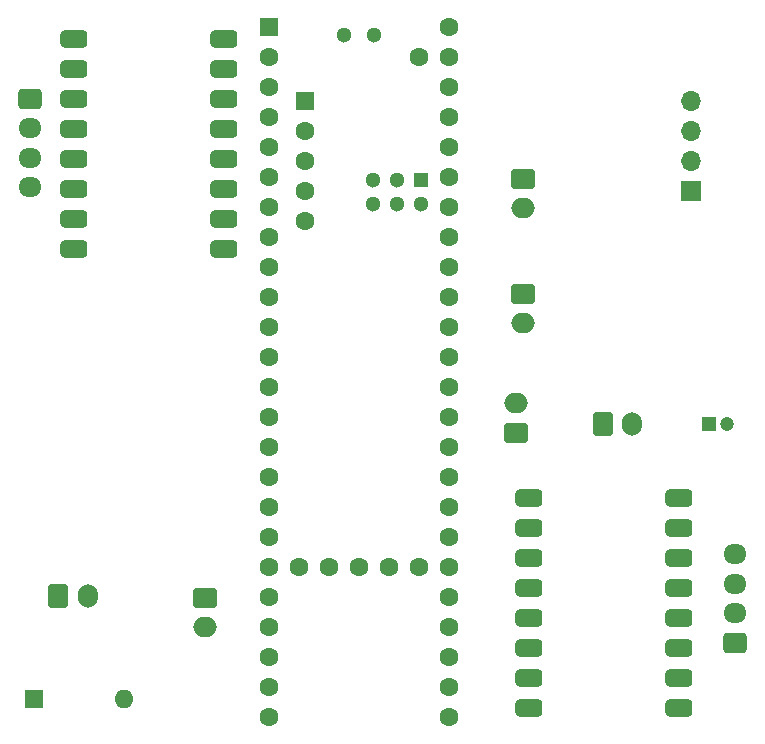
<source format=gbr>
%TF.GenerationSoftware,KiCad,Pcbnew,9.0.1*%
%TF.CreationDate,2025-05-12T19:20:38-04:00*%
%TF.ProjectId,science-board-new,73636965-6e63-4652-9d62-6f6172642d6e,rev?*%
%TF.SameCoordinates,Original*%
%TF.FileFunction,Soldermask,Bot*%
%TF.FilePolarity,Negative*%
%FSLAX46Y46*%
G04 Gerber Fmt 4.6, Leading zero omitted, Abs format (unit mm)*
G04 Created by KiCad (PCBNEW 9.0.1) date 2025-05-12 19:20:38*
%MOMM*%
%LPD*%
G01*
G04 APERTURE LIST*
G04 Aperture macros list*
%AMRoundRect*
0 Rectangle with rounded corners*
0 $1 Rounding radius*
0 $2 $3 $4 $5 $6 $7 $8 $9 X,Y pos of 4 corners*
0 Add a 4 corners polygon primitive as box body*
4,1,4,$2,$3,$4,$5,$6,$7,$8,$9,$2,$3,0*
0 Add four circle primitives for the rounded corners*
1,1,$1+$1,$2,$3*
1,1,$1+$1,$4,$5*
1,1,$1+$1,$6,$7*
1,1,$1+$1,$8,$9*
0 Add four rect primitives between the rounded corners*
20,1,$1+$1,$2,$3,$4,$5,0*
20,1,$1+$1,$4,$5,$6,$7,0*
20,1,$1+$1,$6,$7,$8,$9,0*
20,1,$1+$1,$8,$9,$2,$3,0*%
G04 Aperture macros list end*
%ADD10O,1.600000X1.600000*%
%ADD11R,1.600000X1.600000*%
%ADD12O,1.700000X2.000000*%
%ADD13RoundRect,0.250000X-0.600000X-0.750000X0.600000X-0.750000X0.600000X0.750000X-0.600000X0.750000X0*%
%ADD14R,1.700000X1.700000*%
%ADD15O,1.700000X1.700000*%
%ADD16RoundRect,0.250000X0.725000X-0.600000X0.725000X0.600000X-0.725000X0.600000X-0.725000X-0.600000X0*%
%ADD17O,1.950000X1.700000*%
%ADD18RoundRect,0.381000X0.762000X0.381000X-0.762000X0.381000X-0.762000X-0.381000X0.762000X-0.381000X0*%
%ADD19RoundRect,0.381000X-0.762000X-0.381000X0.762000X-0.381000X0.762000X0.381000X-0.762000X0.381000X0*%
%ADD20RoundRect,0.250000X-0.750000X0.600000X-0.750000X-0.600000X0.750000X-0.600000X0.750000X0.600000X0*%
%ADD21O,2.000000X1.700000*%
%ADD22C,1.600000*%
%ADD23R,1.300000X1.300000*%
%ADD24C,1.300000*%
%ADD25R,1.200000X1.200000*%
%ADD26C,1.200000*%
%ADD27RoundRect,0.250000X-0.725000X0.600000X-0.725000X-0.600000X0.725000X-0.600000X0.725000X0.600000X0*%
%ADD28RoundRect,0.250000X0.750000X-0.600000X0.750000X0.600000X-0.750000X0.600000X-0.750000X-0.600000X0*%
G04 APERTURE END LIST*
D10*
%TO.C,Switch1*%
X78102500Y-128700000D03*
D11*
X70482500Y-128700000D03*
%TD*%
D12*
%TO.C,24V1*%
X75000000Y-120000000D03*
D13*
X72500000Y-120000000D03*
%TD*%
%TO.C,Serial3*%
X118580000Y-105390000D03*
D12*
X121080000Y-105390000D03*
%TD*%
D14*
%TO.C,24To5V1*%
X126080000Y-85690000D03*
D15*
X126080000Y-83150000D03*
X126080000Y-80610000D03*
X126080000Y-78070000D03*
%TD*%
D16*
%TO.C,Stepper2*%
X129800000Y-123940000D03*
D17*
X129800000Y-121440000D03*
X129800000Y-118940000D03*
X129800000Y-116440000D03*
%TD*%
D18*
%TO.C,StepperController1*%
X86500000Y-90640000D03*
X86500000Y-88100000D03*
X86500000Y-85560000D03*
X86500000Y-83020000D03*
X86500000Y-80480000D03*
X86500000Y-77940000D03*
X86500000Y-75400000D03*
X86500000Y-72860000D03*
X73800000Y-90640000D03*
X73800000Y-88100000D03*
X73800000Y-85560000D03*
X73800000Y-83020000D03*
X73800000Y-80480000D03*
X73800000Y-77940000D03*
X73800000Y-75400000D03*
X73800000Y-72860000D03*
%TD*%
D19*
%TO.C,StepperController2*%
X112380000Y-111690000D03*
X112380000Y-114230000D03*
X112380000Y-116770000D03*
X112380000Y-119310000D03*
X112380000Y-121850000D03*
X112380000Y-124390000D03*
X112380000Y-126930000D03*
X112380000Y-129470000D03*
X125080000Y-111690000D03*
X125080000Y-114230000D03*
X125080000Y-116770000D03*
X125080000Y-119310000D03*
X125080000Y-121850000D03*
X125080000Y-124390000D03*
X125080000Y-126930000D03*
X125080000Y-129470000D03*
%TD*%
D20*
%TO.C,BrushedMotorControllerSerial1*%
X84880000Y-120140000D03*
D21*
X84880000Y-122640000D03*
%TD*%
D11*
%TO.C,U1*%
X90370000Y-71790000D03*
D22*
X90370000Y-74330000D03*
X90370000Y-76870000D03*
X90370000Y-79410000D03*
X90370000Y-81950000D03*
X90370000Y-84490000D03*
X90370000Y-87030000D03*
X90370000Y-89570000D03*
X90370000Y-92110000D03*
X90370000Y-94650000D03*
X90370000Y-97190000D03*
X90370000Y-99730000D03*
X90370000Y-102270000D03*
X90370000Y-104810000D03*
X90370000Y-107350000D03*
X90370000Y-109890000D03*
X90370000Y-112430000D03*
X90370000Y-114970000D03*
X90370000Y-117510000D03*
X90370000Y-120050000D03*
X90370000Y-122590000D03*
X90370000Y-125130000D03*
X90370000Y-127670000D03*
X90370000Y-130210000D03*
X105610000Y-130210000D03*
X105610000Y-127670000D03*
X105610000Y-125130000D03*
X105610000Y-122590000D03*
X105610000Y-120050000D03*
X105610000Y-117510000D03*
X105610000Y-114970000D03*
X105610000Y-112430000D03*
X105610000Y-109890000D03*
X105610000Y-107350000D03*
X105610000Y-104810000D03*
X105610000Y-102270000D03*
X105610000Y-99730000D03*
X105610000Y-97190000D03*
X105610000Y-94650000D03*
X105610000Y-92110000D03*
X105610000Y-89570000D03*
X105610000Y-87030000D03*
X105610000Y-84490000D03*
X105610000Y-81950000D03*
X105610000Y-79410000D03*
X105610000Y-76870000D03*
X105610000Y-74330000D03*
X105610000Y-71790000D03*
X103070000Y-74330000D03*
X92910000Y-117510000D03*
X95450000Y-117510000D03*
X97990000Y-117510000D03*
X100530000Y-117510000D03*
X103070000Y-117510000D03*
D11*
X93420800Y-78089200D03*
D22*
X93420800Y-80629200D03*
X93420800Y-83169200D03*
X93420800Y-85709200D03*
X93420800Y-88249200D03*
D23*
X103171600Y-84760000D03*
D24*
X101171600Y-84760000D03*
X99171600Y-84760000D03*
X99171600Y-86760000D03*
X101171600Y-86760000D03*
X103171600Y-86760000D03*
X99260000Y-72520000D03*
X96720000Y-72520000D03*
%TD*%
D25*
%TO.C,C1*%
X127580000Y-105390000D03*
D26*
X129080000Y-105390000D03*
%TD*%
D20*
%TO.C,Serial1*%
X111880000Y-94390000D03*
D21*
X111880000Y-96890000D03*
%TD*%
D27*
%TO.C,Stepper1*%
X70080000Y-77890000D03*
D17*
X70080000Y-80390000D03*
X70080000Y-82890000D03*
X70080000Y-85390000D03*
%TD*%
D28*
%TO.C,Serial2*%
X111280000Y-106140000D03*
D21*
X111280000Y-103640000D03*
%TD*%
D20*
%TO.C,H_Bridge_Serial1*%
X111880000Y-84640000D03*
D21*
X111880000Y-87140000D03*
%TD*%
M02*

</source>
